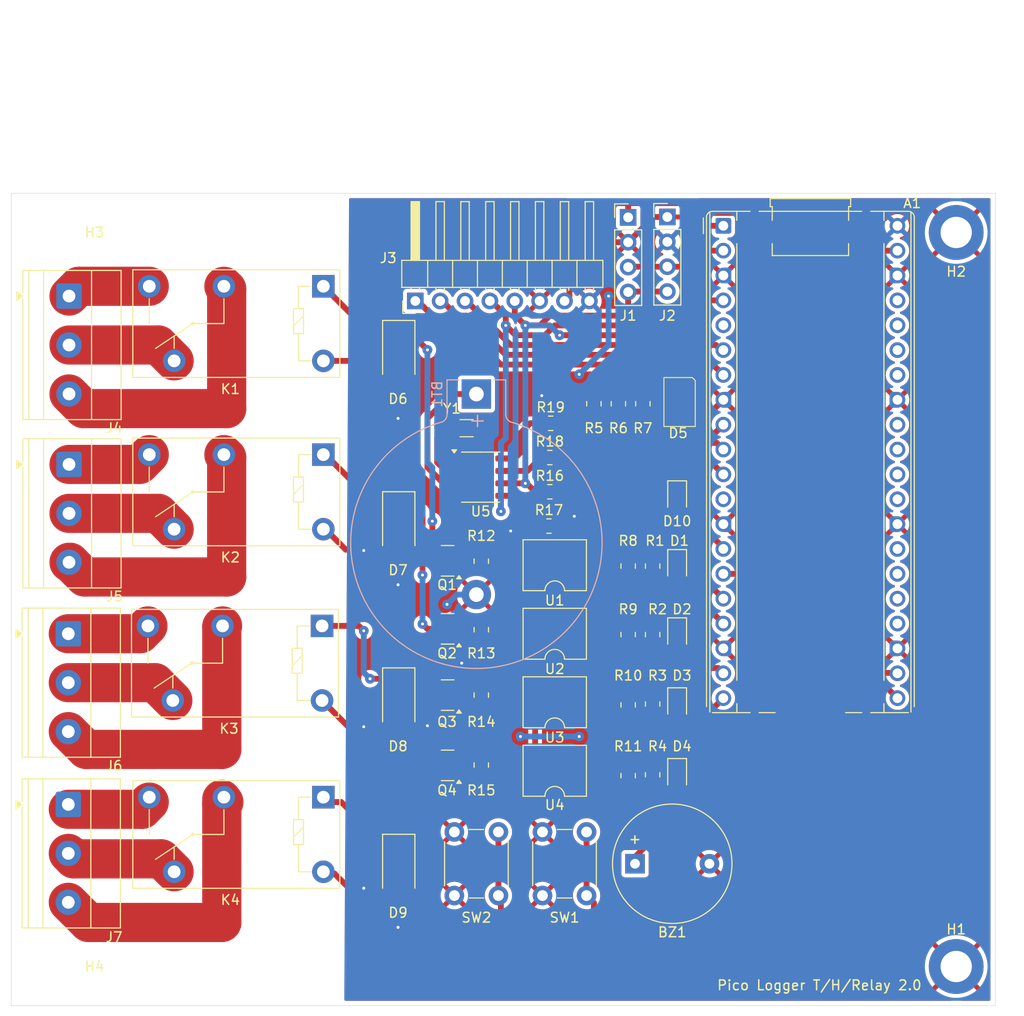
<source format=kicad_pcb>
(kicad_pcb (version 20241229) (generator "pcbnew") (generator_version "9.0")
  (layers (0 "F.Cu" signal) (2 "B.Cu" signal) (13 "F.Paste" user) (15 "B.Paste" user) (5 "F.SilkS" user "F.Silkscreen") (7 "B.SilkS" user "B.Silkscreen") (1 "F.Mask" user) (3 "B.Mask" user) (25 "Edge.Cuts" user))
  (net 0 "")
  (net 1 "SCL")
  (net 5 "SDA")
  (net 6 "GPIO14")
  (net 8 "GPIO17")
  (net 12 "+3.3V")
  (net 14 "GND")
  (net 15 "Net-(D1-A)")
  (net 16 "Net-(D2-A)")
  (net 17 "Net-(D3-A)")
  (net 18 "Net-(D4-A)")
  (net 19 "Net-(D5-DI)")
  (net 20 "Net-(D5-VDD)")
  (net 21 "Net-(D5-DO)")
  (net 22 "GPIO2")
  (net 24 "GPIO12")
  (net 25 "K1_Pin5")
  (net 27 "GPIO11")
  (net 28 "GPIO13")
  (net 29 "TX")
  (net 30 "GPIO15")
  (net 31 "RX")
  (net 32 "+BATT")
  (net 33 "K1_Pin2")
  (net 34 "K2_Pin2")
  (net 35 "K3_Pin2")
  (net 36 "K4_Pin2")
  (net 37 "Net-(D10-A)")
  (net 38 "K4_Pin4")
  (net 39 "K4_Pin3")
  (net 40 "K4_Pin1")
  (net 41 "K3_Pin1")
  (net 42 "K3_Pin4")
  (net 43 "K3_Pin3")
  (net 44 "K2_Pin1")
  (net 45 "K2_Pin3")
  (net 46 "K2_Pin4")
  (net 47 "K1_Pin1")
  (net 48 "K1_Pin4")
  (net 49 "K1_Pin3")
  (net 50 "Net-(Q1-B)")
  (net 51 "Net-(Q2-B)")
  (net 52 "Net-(Q3-B)")
  (net 53 "Net-(Q4-B)")
  (net 54 "Net-(R8-Pad1)")
  (net 55 "Net-(R9-Pad1)")
  (net 56 "Net-(R10-Pad1)")
  (net 57 "Net-(R11-Pad1)")
  (net 58 "Net-(R12-Pad2)")
  (net 59 "Net-(R13-Pad2)")
  (net 60 "Net-(R14-Pad2)")
  (net 61 "Net-(R15-Pad2)")
  (net 62 "Net-(U5-X1)")
  (net 63 "Net-(U5-X2)")
  (net 64 "GPIO16")
  (net 65 "GPIO6")
  (net 69 "GPIO7")
  (net 70 "GPIO8")
  (net 71 "GPIO10")
  (footprint "Crystal:Crystal_SMD_3215-2Pin_3.2x1.5mm" (layer "F.Cu") (at 144.5 70 180)
    (property "Reference" "Y1")
    (property "Value" "Crystal")
  )
  (footprint "Resistor_SMD:R_0805_2012Metric" (layer "F.Cu") (at 152.9125 80 180)
    (property "Reference" "R17")
    (property "Value" "10K")
  )
  (footprint "LED_SMD:LED_Avago_PLCC4_3.2x2.8mm_CW" (layer "F.Cu") (at 166.25 67.325 -90)
    (property "Reference" "D5")
    (property "Value" "APA-106-F5")
  )
  (footprint "Resistor_SMD:R_0805_2012Metric" (layer "F.Cu") (at 162.5 67.5 -90)
    (property "Reference" "R7")
    (property "Value" "220")
  )
  (footprint "Resistor_SMD:R_0805_2012Metric" (layer "F.Cu") (at 163.5 84.0875 90)
    (property "Reference" "R1")
    (property "Value" "220")
  )
  (footprint "LED_SMD:LED_0805_2012Metric" (layer "F.Cu") (at 166 98.2075 -90)
    (property "Reference" "D3")
    (property "Value" "LED")
  )
  (footprint "MountingHole:MountingHole_3.2mm_M3_DIN965_Pad" (layer "F.Cu") (at 194.5 50)
    (property "Reference" "H2")
    (property "Value" "MountingHole_Pad")
  )
  (footprint "Connector_PinHeader_2.54mm:PinHeader_1x04_P2.54mm_Vertical" (layer "F.Cu") (at 161 48.46)
    (property "Reference" "J1")
    (property "Value" "Sensor")
  )
  (footprint "Resistor_SMD:R_0805_2012Metric" (layer "F.Cu") (at 157.5 67.5 -90)
    (property "Reference" "R5")
    (property "Value" "220")
  )
  (footprint "Package_SO:SOIC-8_3.9x4.9mm_P1.27mm" (layer "F.Cu") (at 145.9375 75)
    (property "Reference" "U5")
    (property "Value" "DS1307Z+")
  )
  (footprint "Button_Switch_THT:SW_PUSH_6mm" (layer "F.Cu") (at 143.25 117.75 90)
    (property "Reference" "SW2")
    (property "Value" "SW_Push")
  )
  (footprint "Diode_SMD:D_SMA" (layer "F.Cu") (at 137.5725 115 -90)
    (property "Reference" "D9")
    (property "Value" "SM4007")
  )
  (footprint "Resistor_SMD:R_0805_2012Metric" (layer "F.Cu") (at 146 104.4125 90)
    (property "Reference" "R15")
    (property "Value" "120")
  )
  (footprint "MountingHole:MountingHole_3.2mm_M3" (layer "F.Cu") (at 102 125)
    (property "Reference" "H4")
    (property "Value" "MountingHole")
  )
  (footprint "Relay_THT:Relay_SPDT_Omron-G5Q-1" (layer "F.Cu") (at 129.875 72.7 180)
    (property "Reference" "K2")
    (property "Value" "G5Q-1")
  )
  (footprint "Resistor_SMD:R_0805_2012Metric" (layer "F.Cu") (at 161 105.5 90)
    (property "Reference" "R11")
    (property "Value" "470")
  )
  (footprint "TerminalBlock_Phoenix:TerminalBlock_Phoenix_MKDS-1,5-3_1x03_P5.00mm_Horizontal" (layer "F.Cu") (at 103.8275 91 -90)
    (property "Reference" "J6")
    (property "Value" "K2_Output")
  )
  (footprint "Package_DIP:SMDIP-4_W9.53mm" (layer "F.Cu") (at 153.5 98 180)
    (property "Reference" "U3")
    (property "Value" "LTV-817S")
  )
  (footprint "LED_SMD:LED_0805_2012Metric" (layer "F.Cu") (at 166 91.0625 -90)
    (property "Reference" "D2")
    (property "Value" "LED")
  )
  (footprint "Connector_PinHeader_2.54mm:PinHeader_1x04_P2.54mm_Vertical" (layer "F.Cu") (at 165 48.42)
    (property "Reference" "J2")
    (property "Value" "LCD 16x2")
  )
  (footprint "Resistor_SMD:R_0805_2012Metric" (layer "F.Cu") (at 146 90.5875 90)
    (property "Reference" "R13")
    (property "Value" "120")
  )
  (footprint "MountingHole:MountingHole_3.2mm_M3" (layer "F.Cu") (at 102 50)
    (property "Reference" "H3")
    (property "Value" "MountingHole")
  )
  (footprint "MountingHole:MountingHole_3.2mm_M3_DIN965_Pad" (layer "F.Cu") (at 194.5 125)
    (property "Reference" "H1")
    (property "Value" "MountingHole_Pad")
  )
  (footprint "Module:RaspberryPi_Pico_Common_THT" (layer "F.Cu") (at 170.72 49.32)
    (property "Reference" "A1")
    (property "Value" "RaspberryPi_Pico_W")
  )
  (footprint "Resistor_SMD:R_0805_2012Metric" (layer "F.Cu") (at 153.0875 69.5 180)
    (property "Reference" "R19")
    (property "Value" "220")
  )
  (footprint "Package_DIP:SMDIP-4_W9.53mm" (layer "F.Cu") (at 153.5 91 180)
    (property "Reference" "U2")
    (property "Value" "LTV-817S")
  )
  (footprint "Package_TO_SOT_SMD:SOT-23" (layer "F.Cu") (at 142.5625 83.55 180)
    (property "Reference" "Q1")
    (property "Value" "MMBT3904")
  )
  (footprint "Resistor_SMD:R_0805_2012Metric" (layer "F.Cu") (at 146 83.5875 90)
    (property "Reference" "R12")
    (property "Value" "120")
  )
  (footprint "Package_DIP:SMDIP-4_W9.53mm" (layer "F.Cu") (at 153.5 84 180)
    (property "Reference" "U1")
    (property "Value" "LTV-817S")
  )
  (footprint "Package_TO_SOT_SMD:SOT-23" (layer "F.Cu") (at 142.5625 104.45 180)
    (property "Reference" "Q4")
    (property "Value" "MMBT3904")
  )
  (footprint "Relay_THT:Relay_SPDT_Omron-G5Q-1" (layer "F.Cu") (at 129.875 107.7 180)
    (property "Reference" "K4")
    (property "Value" "G5Q-1")
  )
  (footprint "Package_TO_SOT_SMD:SOT-23" (layer "F.Cu") (at 142.5625 90.5 180)
    (property "Reference" "Q2")
    (property "Value" "MMBT3904")
  )
  (footprint "Resistor_SMD:R_0805_2012Metric" (layer "F.Cu") (at 160 67.5 -90)
    (property "Reference" "R6")
    (property "Value" "220")
  )
  (footprint "LED_SMD:LED_0805_2012Metric" (layer "F.Cu") (at 166 105.4375 -90)
    (property "Reference" "D4")
    (property "Value" "LED")
  )
  (footprint "Resistor_SMD:R_0805_2012Metric" (layer "F.Cu") (at 153 73 180)
    (property "Reference" "R18")
    (property "Value" "10K")
  )
  (footprint "Diode_SMD:D_SMA" (layer "F.Cu") (at 137.5725 62.5 -90)
    (property "Reference" "D6")
    (property "Value" "SM4007")
  )
  (footprint "Button_Switch_THT:SW_PUSH_6mm" (layer "F.Cu") (at 152.25 117.75 90)
    (property "Reference" "SW1")
    (property "Value" "SW_Push")
  )
  (footprint "Resistor_SMD:R_0805_2012Metric" (layer "F.Cu") (at 146 97.27 90)
    (property "Reference" "R14")
    (property "Value" "120")
  )
  (footprint "Resistor_SMD:R_0805_2012Metric" (layer "F.Cu") (at 161 98.27 90)
    (property "Reference" "R10")
    (property "Value" "470")
  )
  (footprint "Resistor_SMD:R_0805_2012Metric" (layer "F.Cu") (at 161 84.0875 90)
    (property "Reference" "R8")
    (property "Value" "470")
  )
  (footprint "LED_SMD:LED_0805_2012Metric" (layer "F.Cu") (at 166 84.0875 -90)
    (property "Reference" "D1")
    (property "Value" "LED")
  )
  (footprint "Diode_SMD:D_SMA" (layer "F.Cu") (at 137.5725 80 -90)
    (property "Reference" "D7")
    (property "Value" "SM4007")
  )
  (footprint "LED_SMD:LED_0805_2012Metric" (layer "F.Cu") (at 166 77.0625 -90)
    (property "Reference" "D10")
    (property "Value" "LED")
  )
  (footprint "Buzzer_Beeper:Buzzer_12x9.5RM7.6" (layer "F.Cu") (at 161.7 114.5)
    (property "Reference" "BZ1")
    (property "Value" "Buzzer")
  )
  (footprint "Relay_THT:Relay_SPDT_Omron-G5Q-1" (layer "F.Cu") (at 129.74 90.2 180)
    (property "Reference" "K3")
    (property "Value" "G5Q-1")
  )
  (footprint "TerminalBlock_Phoenix:TerminalBlock_Phoenix_MKDS-1,5-3_1x03_P5.00mm_Horizontal" (layer "F.Cu") (at 103.9 56.5 -90)
    (property "Reference" "J4")
    (property "Value" "K4_Output")
  )
  (footprint "TerminalBlock_Phoenix:TerminalBlock_Phoenix_MKDS-1,5-3_1x03_P5.00mm_Horizontal" (layer "F.Cu") (at 103.8275 108.44 -90)
    (property "Reference" "J7")
    (property "Value" "K1_Output")
  )
  (footprint "Resistor_SMD:R_0805_2012Metric" (layer "F.Cu") (at 163.5 91.0875 90)
    (property "Reference" "R2")
    (property "Value" "220")
  )
  (footprint "Resistor_SMD:R_0805_2012Metric" (layer "F.Cu") (at 153 76.5 180)
    (property "Reference" "R16")
    (property "Value" "10K")
  )
  (footprint "Resistor_SMD:R_0805_2012Metric" (layer "F.Cu") (at 163.5 98.1825 90)
    (property "Reference" "R3")
    (property "Value" "220")
  )
  (footprint "Resistor_SMD:R_0805_2012Metric" (layer "F.Cu") (at 161 91.0875 90)
    (property "Reference" "R9")
    (property "Value" "470")
  )
  (footprint "Relay_THT:Relay_SPDT_Omron-G5Q-1" (layer "F.Cu") (at 129.875 55.5 180)
    (property "Reference" "K1")
    (property "Value" "G5Q-1")
  )
  (footprint "Diode_SMD:D_SMA" (layer "F.Cu") (at 137.5725 98 -90)
    (property "Reference" "D8")
    (property "Value" "SM4007")
  )
  (footprint "TerminalBlock_Phoenix:TerminalBlock_Phoenix_MKDS-1,5-3_1x03_P5.00mm_Horizontal" (layer "F.Cu") (at 103.9 73.7 -90)
    (property "Reference" "J5")
    (property "Value" "K3_Output")
  )
  (footprint "Resistor_SMD:R_0805_2012Metric" (layer "F.Cu") (at 163.5 105.4125 90)
    (property "Reference" "R4")
    (property "Value" "220")
  )
  (footprint "Package_DIP:SMDIP-4_W9.53mm" (layer "F.Cu") (at 153.5 105 180)
    (property "Reference" "U4")
    (property "Value" "LTV-817S")
  )
  (footprint "Package_TO_SOT_SMD:SOT-23" (layer "F.Cu") (at 142.5625 97.27 180)
    (property "Reference" "Q3")
    (property "Value" "MMBT3904")
  )
  (footprint "Connector_PinHeader_2.54mm:PinHeader_1x08_P2.54mm_Horizontal" (layer "F.Cu") (at 139.26 57 90)
    (property "Reference" "J3")
    (property "Value" "Additional connector")
  )
  (footprint "Battery:BatteryHolder_Keystone_104_1x23mm" (layer "B.Cu") (at 145.5 66.51 -90)
    (property "Reference" "BT1")
    (property "Value" "Battery_Cell")
  )
  (gr_rect (start 98 46) (end 198.5 129) (stroke (width 0.05)) (fill no) (layer "Edge.Cuts"))
  (gr_text "Pico Logger T/H/Relay 2.0" (at 170 127.5 0) (layer "F.SilkS") (effects (font (size 1 1)) (justify left bottom)))
  (segment (start 166.5 59.5) (end 168 58) (width 0.6) (layer "F.Cu") (net 1))
  (segment (start 150.635 75.635) (end 151.5 76.5) (width 0.6) (layer "F.Cu") (net 1))
  (segment (start 151.5 76.5) (end 152.0875 76.5) (width 0.6) (layer "F.Cu") (net 1))
  (segment (start 150.5 75.635) (end 148.4125 75.635) (width 0.6) (layer "F.Cu") (net 1))
  (segment (start 165 56.04) (end 161.04 56.04) (width 0.6) (layer "F.Cu") (net 1))
  (segment (start 161 58.5) (end 161 56.08) (width 0.6) (layer "F.Cu") (net 1))
  (segment (start 169.14 51.86) (end 170.72 51.86) (width 0.6) (layer "F.Cu") (net 1))
  (segment (start 149.42 58.42) (end 149.42 57) (width 0.6) (layer "F.Cu") (net 1))
  (segment (start 163.5 59.5) (end 166.5 59.5) (width 0.6) (layer "F.Cu") (net 1))
  (segment (start 150.635 75.635) (end 150.5 75.635) (width 0.6) (layer "F.Cu") (net 1))
  (segment (start 150.5 59.5) (end 152 59.5) (width 0.6) (layer "F.Cu") (net 1))
  (segment (start 152 59.5) (end 153 58.5) (width 0.6) (layer "F.Cu") (net 1))
  (segment (start 163.5 59.5) (end 162.5 60.5) (width 0.6) (layer "F.Cu") (net 1))
  (segment (start 150.5 59.5) (end 149.42 58.42) (width 0.6) (layer "F.Cu") (net 1))
  (segment (start 162.5 60.5) (end 154 60.5) (width 0.6) (layer "F.Cu") (net 1))
  (segment (start 153 58.5) (end 161 58.5) (width 0.6) (layer "F.Cu") (net 1))
  (segment (start 168 53) (end 169.14 51.86) (width 0.6) (layer "F.Cu") (net 1))
  (segment (start 168 58) (end 168 53) (width 0.6) (layer "F.Cu") (net 1))
  (via (at 154 60.5) (size 1) (drill 0.3) (layers "F.Cu" "B.Cu") (net 1))
  (via (at 150.5 59.5) (size 1) (drill 0.3) (layers "F.Cu" "B.Cu") (net 1))
  (via (at 150.5 75.635) (size 1) (drill 0.3) (layers "F.Cu" "B.Cu") (net 1))
  (segment (start 150.5 59.5) (end 153 59.5) (width 0.6) (layer "B.Cu") (net 1))
  (segment (start 150.5 59.5) (end 150.5 75.635) (width 0.6) (layer "B.Cu") (net 1))
  (segment (start 153 59.5) (end 154 60.5) (width 0.6) (layer "B.Cu") (net 1))
  (segment (start 167 53.5) (end 167 49.32) (width 0.6) (layer "F.Cu") (net 5))
  (segment (start 148.5 58.5) (end 147 57) (width 0.6) (layer "F.Cu") (net 5))
  (segment (start 153.5 59.5) (end 162 59.5) (width 0.6) (layer "F.Cu") (net 5))
  (segment (start 166 58.5) (end 167 57.5) (width 0.6) (layer "F.Cu") (net 5))
  (segment (start 167 53.5) (end 161.04 53.5) (width 0.6) (layer "F.Cu") (net 5))
  (segment (start 147 57) (end 146.88 57) (width 0.6) (layer "F.Cu") (net 5))
  (segment (start 152 79.5) (end 149.405 76.905) (width 0.6) (layer "F.Cu") (net 5))
  (segment (start 152.5 60.5) (end 153.5 59.5) (width 0.6) (layer "F.Cu") (net 5))
  (segment (start 162 59.5) (end 163 58.5) (width 0.6) (layer "F.Cu") (net 5))
  (segment (start 167 49.32) (end 170.72 49.32) (width 0.6) (layer "F.Cu") (net 5))
  (segment (start 149.405 76.905) (end 148.4125 76.905) (width 0.6) (layer "F.Cu") (net 5))
  (segment (start 152 80) (end 152 79.5) (width 0.6) (layer "F.Cu") (net 5))
  (segment (start 149.5 60.5) (end 152.5 60.5) (width 0.6) (layer "F.Cu") (net 5))
  (segment (start 148 78.5) (end 148 77) (width 0.6) (layer "F.Cu") (net 5))
  (segment (start 163 58.5) (end 166 58.5) (width 0.6) (layer "F.Cu") (net 5))
  (segment (start 167 57.5) (end 167 53.5) (width 0.6) (layer "F.Cu") (net 5))
  (segment (start 148.5 59.5) (end 149.5 60.5) (width 0.6) (layer "F.Cu") (net 5))
  (segment (start 148.5 59.5) (end 148.5 58.5) (width 0.6) (layer "F.Cu") (net 5))
  (via (at 148 78.5) (size 1) (drill 0.3) (layers "F.Cu" "B.Cu") (net 5))
  (via (at 148.5 59.5) (size 1) (drill 0.3) (layers "F.Cu" "B.Cu") (net 5))
  (segment (start 148.5 59.5) (end 148.5 71) (width 0.6) (layer "B.Cu") (net 5))
  (segment (start 148.5 71) (end 148 71.5) (width 0.6) (layer "B.Cu") (net 5))
  (segment (start 148 71.5) (end 148 78.5) (width 0.6) (layer "B.Cu") (net 5))
  (segment (start 163.5 97.27) (end 163.5 94.5) (width 0.6) (layer "F.Cu") (net 6))
  (segment (start 170.18 94.5) (end 170.72 95.04) (width 0.6) (layer "F.Cu") (net 6))
  (segment (start 161 97.3575) (end 163.4125 97.3575) (width 0.6) (layer "F.Cu") (net 6))
  (segment (start 163.5 94.5) (end 170.18 94.5) (width 0.6) (layer "F.Cu") (net 6))
  (segment (start 165.5 119.5) (end 165.5 113.5) (width 0.6) (layer "F.Cu") (net 8))
  (segment (start 157.5 118.5) (end 156.75 117.75) (width 0.6) (layer "F.Cu") (net 8))
  (segment (start 184 95) (end 188.46 95) (width 0.6) (layer "F.Cu") (net 8))
  (segment (start 157.5 119.5) (end 157.5 118.5) (width 0.6) (layer "F.Cu") (net 8))
  (segment (start 156.75 117.75) (end 156.75 111.25) (width 0.6) (layer "F.Cu") (net 8))
  (segment (start 165.5 113.5) (end 184 95) (width 0.6) (layer "F.Cu") (net 8))
  (segment (start 165.5 119.5) (end 157.5 119.5) (width 0.6) (layer "F.Cu") (net 8))
  (segment (start 167.5 47) (end 161 47) (width 0.6) (layer "F.Cu") (net 12))
  (segment (start 155.5 47) (end 155 47.5) (width 0.6) (layer "F.Cu") (net 12))
  (segment (start 161 47) (end 155.5 47) (width 0.6) (layer "F.Cu") (net 12))
  (segment (start 186.5 48) (end 168 48) (width 0.6) (layer "F.Cu") (net 12))
  (segment (start 186.86 51.86) (end 186.5 51.5) (width 0.6) (layer "F.Cu") (net 12))
  (segment (start 155 47.5) (end 155 56.5) (width 0.6) (layer "F.Cu") (net 12))
  (segment (start 167.5 47.5) (end 167.5 47) (width 0.6) (layer "F.Cu") (net 12))
  (segment (start 161 47) (end 161 48.46) (width 0.6) (layer "F.Cu") (net 12))
  (segment (start 186.5 51.5) (end 186.5 48) (width 0.6) (layer "F.Cu") (net 12))
  (segment (start 155 56.5) (end 154.5 57) (width 0.6) (layer "F.Cu") (net 12))
  (segment (start 188.5 51.86) (end 186.86 51.86) (width 0.6) (layer "F.Cu") (net 12))
  (segment (start 168 48) (end 167.5 47.5) (width 0.6) (layer "F.Cu") (net 12))
  (segment (start 158.5 56) (end 159 56.5) (width 0.6) (layer "F.Cu") (net 14))
  (segment (start 168.995 68.825) (end 170.72 67.1) (width 0.6) (layer "F.Cu") (net 14))
  (segment (start 167 68.825) (end 168.995 68.825) (width 0.6) (layer "F.Cu") (net 14))
  (segment (start 163.58 48.42) (end 161 51) (width 0.6) (layer "F.Cu") (net 14))
  (segment (start 165 48.42) (end 163.58 48.42) (width 0.6) (layer "F.Cu") (net 14))
  (segment (start 161 51) (end 158.5 51) (width 0.6) (layer "F.Cu") (net 14))
  (segment (start 158.5 51) (end 158.5 56) (width 0.6) (layer "F.Cu") (net 14))
  (via (at 156 101.5) (size 1) (drill 0.3) (layers "F.Cu" "B.Cu") (net 14))
  (via (at 150 101.5) (size 1) (drill 0.3) (layers "F.Cu" "B.Cu") (net 14))
  (via (at 159 56.5) (size 1) (drill 0.3) (layers "F.Cu" "B.Cu") (net 14))
  (via (at 156 64.5) (size 1) (drill 0.3) (layers "F.Cu" "B.Cu") (net 14))
  (via (at 142.5 88) (size 1) (drill 0.3) (layers "F.Cu" "B.Cu") (net 14))
  (segment (start 159 61.5) (end 156 64.5) (width 0.6) (layer "B.Cu") (net 14))
  (segment (start 159 56.5) (end 159 61.5) (width 0.6) (layer "B.Cu") (net 14))
  (segment (start 145.5 87) (end 143.5 87) (width 0.6) (layer "B.Cu") (net 14))
  (segment (start 150 101.5) (end 156 101.5) (width 0.6) (layer "B.Cu") (net 14))
  (segment (start 143.5 87) (end 142.5 88) (width 0.6) (layer "B.Cu") (net 14))
  (segment (start 163.265 85) (end 165.74 85) (width 0.6) (layer "F.Cu") (net 15))
  (segment (start 166 92) (end 163.5 92) (width 0.6) (layer "F.Cu") (net 16))
  (segment (start 166 99.145) (end 163.55 99.145) (width 0.6) (layer "F.Cu") (net 17))
  (segment (start 166.5 106.375) (end 164.05 106.375) (width 0.6) (layer "F.Cu") (net 18))
  (segment (start 164.05 106.375) (end 164 106.325) (width 0.6) (layer "F.Cu") (net 18))
  (segment (start 164.0875 64.4125) (end 165.5 65.825) (width 0.6) (layer "F.Cu") (net 19))
  (segment (start 159.5875 64.4125) (end 164.0875 64.4125) (width 0.6) (layer "F.Cu") (net 19))
  (segment (start 159.5875 64.4125) (end 157.4125 66.5875) (width 0.6) (layer "F.Cu") (net 19))
  (segment (start 165.5 68.825) (end 164.825 68.825) (width 0.6) (layer "F.Cu") (net 20))
  (segment (start 164.825 68.825) (end 162.5 66.5) (width 0.6) (layer "F.Cu") (net 20))
  (segment (start 164.8 67.325) (end 167 67.325) (width 0.6) (layer "F.Cu") (net 21))
  (segment (start 160 65.325) (end 163.825 65.325) (width 0.6) (layer "F.Cu") (net 21))
  (segment (start 164 66.525) (end 164.8 67.325) (width 0.6) (layer "F.Cu") (net 21))
  (segment (start 167 67.325) (end 167 65.825) (width 0.6) (layer "F.Cu") (net 21))
  (segment (start 163.825 65.325) (end 164 65.5) (width 0.6) (layer "F.Cu") (net 21))
  (segment (start 164 65.5) (end 164 66.525) (width 0.6) (layer "F.Cu") (net 21))
  (segment (start 160 66.5) (end 160 65.325) (width 0.6) (layer "F.Cu") (net 21))
  (segment (start 144.84 57.34) (end 144 57.34) (width 0.6) (layer "F.Cu") (net 22))
  (segment (start 169.06 56.94) (end 169 57) (width 0.6) (layer "F.Cu") (net 22))
  (segment (start 167 60.5) (end 164 60.5) (width 0.6) (layer "F.Cu") (net 22))
  (segment (start 149 61.5) (end 144.84 57.34) (width 0.6) (layer "F.Cu") (net 22))
  (segment (start 169 57) (end 169 58.5) (width 0.6) (layer "F.Cu") (net 22))
  (segment (start 169 58.5) (end 167 60.5) (width 0.6) (layer "F.Cu") (net 22))
  (segment (start 163 61.5) (end 149 61.5) (width 0.6) (layer "F.Cu") (net 22))
  (segment (start 170.72 56.94) (end 169.06 56.94) (width 0.6) (layer "F.Cu") (net 22))
  (segment (start 164 60.5) (end 163 61.5) (width 0.6) (layer "F.Cu") (net 22))
  (segment (start 161.5 83.175) (end 163.5 83.175) (width 0.6) (layer "F.Cu") (net 24))
  (segment (start 169 85.7) (end 170.72 87.42) (width 0.6) (layer "F.Cu") (net 24))
  (segment (start 164.5 81) (end 168 81) (width 0.6) (layer "F.Cu") (net 24))
  (segment (start 163.5 82) (end 164.5 81) (width 0.6) (layer "F.Cu") (net 24))
  (segment (start 163.5 83.175) (end 163.5 82) (width 0.6) (layer "F.Cu") (net 24))
  (segment (start 168 81) (end 169 82) (width 0.6) (layer "F.Cu") (net 24))
  (segment (start 169 82) (end 169 85.7) (width 0.6) (layer "F.Cu") (net 24))
  (segment (start 153.9125 76.5) (end 153.9125 78) (width 0.6) (layer "F.Cu") (net 25))
  (segment (start 149.405 73.095) (end 148.4125 73.095) (width 0.6) (layer "F.Cu") (net 25))
  (segment (start 134 117) (end 132.5 117) (width 0.6) (layer "F.Cu") (net 25))
  (segment (start 147.5 93) (end 148.005 93) (width 0.6) (layer "F.Cu") (net 25))
  (segment (start 150 80.5) (end 151 81.5) (width 0.6) (layer "F.Cu") (net 25))
  (segment (start 132.32 100.4) (end 129.74 97.82) (width 0.6) (layer "F.Cu") (net 25))
  (segment (start 137.5725 64.9) (end 135 64.9) (width 0.6) (layer "F.Cu") (net 25))
  (segment (start 153.9125 73) (end 153.9125 76.5) (width 0.6) (layer "F.Cu") (net 25))
  (segment (start 137.5 84.5) (end 137.5725 84.4275) (width 0.6) (layer "F.Cu") (net 25))
  (segment (start 137.5 121) (end 137.5 119.5) (width 0.6) (layer "F.Cu") (net 25))
  (segment (start 129.875 63.12) (end 133.22 63.12) (width 0.6) (layer "F.Cu") (net 25))
  (segment (start 151.5 99) (end 151.5 105.5) (width 0.6) (layer "F.Cu") (net 25))
  (segment (start 151.5 105.5) (end 151.5 106.5) (width 0.6) (layer "F.Cu") (net 25))
  (segment (start 140.5 100.4) (end 147.605 100.4) (width 0.6) (layer "F.Cu") (net 25))
  (segment (start 137.5 64.9725) (end 137.5 69) (width 0.6) (layer "F.Cu") (net 25))
  (segment (start 151 85) (end 149.005 85) (width 0.6) (layer "F.Cu") (net 25))
  (segment (start 132.155 82.4) (end 133.9 82.4) (width 0.6) (layer "F.Cu") (net 25))
  (segment (start 133.9 100.4) (end 132.32 100.4) (width 0.6) (layer "F.Cu") (net 25))
  (segment (start 151.5 99) (end 149.005 99) (width 0.6) (layer "F.Cu") (net 25))
  (segment (start 153.9125 78) (end 154.5 78) (width 0.6) (layer "F.Cu") (net 25))
  (segment (start 146.5 94) (end 147.5 93) (width 0.6) (layer "F.Cu") (net 25))
  (segment (start 137.5725 84.4275) (end 137.5725 82.4) (width 0.6) (layer "F.Cu") (net 25))
  (segment (start 147.605 100.4) (end 148.735 99.27) (width 0.6) (layer "F.Cu") (net 25))
  (segment (start 133.22 63.12) (end 135 64.9) (width 0.6) (layer "F.Cu") (net 25))
  (segment (start 152.175 69.5) (end 151 69.5) (width 0.6) (layer "F.Cu") (net 25))
  (segment (start 152.175 69.5) (end 152.175 66.675) (width 0.6) (layer "F.Cu") (net 25))
  (segment (start 151 69.5) (end 150 70.5) (width 0.6) (layer "F.Cu") (net 25))
  (segment (start 140.5 100.4) (end 137.5725 100.4) (width 0.6) (layer "F.Cu") (net 25))
  (segment (start 154.5 78) (end 155.5 79) (width 0.6) (layer "F.Cu") (net 25))
  (segment (start 137.5 119.5) (end 137.5725 119.4275) (width 0.6) (layer "F.Cu") (net 25))
  (segment (start 149 80.5) (end 150 80.5) (width 0.6) (layer "F.Cu") (net 25))
  (segment (start 134 100.5) (end 133.9 100.4) (width 0.6) (layer "F.Cu") (net 25))
  (segment (start 133.9 82.4) (end 134 82.5) (width 0.6) (layer "F.Cu") (net 25))
  (segment (start 153.9125 78) (end 153.9125 79.9125) (width 0.6) (layer "F.Cu") (net 25))
  (segment (start 132.5 117) (end 131 115.5) (width 0.6) (layer "F.Cu") (net 25))
  (segment (start 150 70.5) (end 150 72.5) (width 0.6) (layer "F.Cu") (net 25))
  (segment (start 137.5 86) (end 137.5 84.5) (width 0.6) (layer "F.Cu") (net 25))
  (segment (start 150 72.5) (end 149.405 73.095) (width 0.6) (layer "F.Cu") (net 25))
  (segment (start 137.5725 119.4275) (end 137.5725 117.4) (width 0.6) (layer "F.Cu") (net 25))
  (segment (start 144 94) (end 146.5 94) (width 0.6) (layer "F.Cu") (net 25))
  (segment (start 151.5 106.5) (end 148.965 106.5) (width 0.6) (layer "F.Cu") (net 25))
  (segment (start 148.005 93) (end 149.005 92) (width 0.6) (layer "F.Cu") (net 25))
  (segment (start 151 81.5) (end 151 85) (width 0.6) (layer "F.Cu") (net 25))
  (segment (start 131 115.5) (end 130.195 115.5) (width 0.6) (layer "F.Cu") (net 25))
  (segment (start 132.155 82.4) (end 130.075 80.32) (width 0.6) (layer "F.Cu") (net 25))
  (via (at 149 80.5) (size 1) (drill 0.3) (layers "F.Cu" "B.Cu") (net 25))
  (via (at 144 94) (size 1) (drill 0.3) (layers "F.Cu" "B.Cu") (net 25))
  (via (at 140.5 100.4) (size 1) (drill 0.3) (layers "F.Cu" "B.Cu") (net 25))
  (via (at 152.175 66.675) (size 1) (drill 0.3) (layers "F.Cu" "B.Cu") (net 25))
  (via (at 137.5 86) (size 1) (drill 0.3) (layers "F.Cu" "B.Cu") (net 25))
  (via (at 155.5 79) (size 1) (drill 0.3) (layers "F.Cu" "B.Cu") (net 25))
  (via (at 137.5 121) (size 1) (drill 0.3) (layers "F.Cu" "B.Cu") (net 25))
  (via (at 134 117) (size 1) (drill 0.3) (layers "F.Cu" "B.Cu") (net 25))
  (via (at 137.5 69) (size 1) (drill 0.3) (layers "F.Cu" "B.Cu") (net 25))
  (via (at 134 100.5) (size 1) (drill 0.3) (layers "F.Cu" "B.Cu") (net 25))
  (via (at 134 82.5) (size 1) (drill 0.3) (layers "F.Cu" "B.Cu") (net 25))
  (segment (start 174 95.5) (end 174 86) (width 0.6) (layer "F.Cu") (net 27))
  (segment (start 174 86) (end 172.88 84.88) (width 0.6) (layer "F.Cu") (net 27))
  (segment (start 172.88 84.88) (end 170.72 84.88) (width 0.6) (layer "F.Cu") (net 27))
  (segment (start 174 95.5) (end 174 98.5) (width 0.6) (layer "F.Cu") (net 27))
  (segment (start 168.5 107) (end 161.7 113.8) (width 0.6) (layer "F.Cu") (net 27))
  (segment (start 168.5 104) (end 168.5 107) (width 0.6) (layer "F.Cu") (net 27))
  (segment (start 174 98.5) (end 168.5 104) (width 0.6) (layer "F.Cu") (net 27))
  (segment (start 163.5 90.175) (end 161 90.175) (width 0.6) (layer "F.Cu") (net 28))
  (segment (start 163.5 90.175) (end 163.5 88) (width 0.6) (layer "F.Cu") (net 28))
  (segment (start 163.5 88) (end 168.76 88) (width 0.6) (layer "F.Cu") (net 28))
  (segment (start 168.76 88) (end 170.72 89.96) (width 0.6) (layer "F.Cu") (net 28))
  (segment (start 169.96 61.5) (end 164.5 61.5) (width 0.6) (layer "F.Cu") (net 29))
  (segment (start 163.5 62.5) (end 148.5 62.5) (width 0.6) (layer "F.Cu") (net 29))
  (segment (start 142 57) (end 141.8 57) (width 0.6) (layer "F.Cu") (net 29))
  (segment (start 164.5 61.5) (end 163.5 62.5) (width 0.6) (layer "F.Cu") (net 29))
  (segment (start 143.5 58.5) (end 142 57) (width 0.6) (layer "F.Cu") (net 29))
  (segment (start 170.48 62.02) (end 169.96 61.5) (width 0.6) (layer "F.Cu") (net 29))
  (segment (start 148.5 62.5) (end 144.5 58.5) (width 0.6) (layer "F.Cu") (net 29))
  (segment (start 144.5 58.5) (end 143.5 58.5) (width 0.6) (layer "F.Cu") (net 29))
  (segment (start 170.72 97.58) (end 164 104.3) (width 0.6) (layer "F.Cu") (net 30))
  (segment (start 164 104.3) (end 164 104.5) (width 0.6) (layer "F.Cu") (net 30))
  (segment (start 164 104.5) (end 161.5875 104.5) (width 0.6) (layer "F.Cu") (net 30))
  (segment (start 161.5875 104.5) (end 161.5 104.5875) (width 0.6) (layer "F.Cu") (net 30))
  (segment (start 142 59.5) (end 139.76 57.26) (width 0.6) (layer "F.Cu") (net 31))
  (segment (start 144 59.5) (end 142 59.5) (width 0.6) (layer "F.Cu") (net 31))
  (segment (start 164 63.5) (end 148 63.5) (width 0.6) (layer "F.Cu") (net 31))
  (segment (start 139.76 57.26) (end 139.26 57.26) (width 0.6) (layer "F.Cu") (net 31))
  (segment (start 165 62.5) (end 164 63.5) (width 0.6) (layer "F.Cu") (net 31))
  (segment (start 148 63.5) (end 144 59.5) (width 0.6) (layer "F.Cu") (net 31))
  (segment (start 170.72 64.56) (end 168.66 62.5) (width 0.6) (layer "F.Cu") (net 31))
  (segment (start 168.66 62.5) (end 165 62.5) (width 0.6) (layer "F.Cu") (net 31))
  (segment (start 142.135 75.635) (end 143.4625 75.635) (width 0.6) (layer "F.Cu") (net 32))
  (segment (start 146.5 66.51) (end 142.99 66.51) (width 0.6) (layer "F.Cu") (net 32))
  (segment (start 142.99 66.51) (end 140.5 69) (width 0.6) (layer "F.Cu") (net 32))
  (segment (start 140.5 74) (end 142.135 75.635) (width 0.6) (layer "F.Cu") (net 32))
  (segment (start 140.5 69) (end 140.5 74) (width 0.6) (layer "F.Cu") (net 32))
  (segment (start 120 55.785) (end 119.715 55.5) (width 4) (layer "F.Cu") (net 33))
  (segment (start 105.4 68) (end 120 68) (width 4) (layer "F.Cu") (net 33))
  (segment (start 103.9 66.5) (end 105.4 68) (width 4) (layer "F.Cu") (net 33))
  (segment (start 120 68) (end 120 55.785) (width 4) (layer "F.Cu") (net 33))
  (segment (start 120 72.985) (end 119.715 72.7) (width 4) (layer "F.Cu") (net 34))
  (segment (start 105.5 85.2) (end 120 85.2) (width 4) (layer "F.Cu") (net 34))
  (segment (start 103.9 83.7) (end 104 83.7) (width 4) (layer "F.Cu") (net 34))
  (segment (start 120 85.2) (end 120 72.985) (width 4) (layer "F.Cu") (net 34))
  (segment (start 104 83.7) (end 105.5 85.2) (width 4) (layer "F.Cu") (net 34))
  (segment (start 119.5 90.28) (end 119.58 90.2) (width 4) (layer "F.Cu") (net 35))
  (segment (start 105.6475 102.82) (end 119.5 102.82) (width 4) (layer "F.Cu") (net 35))
  (segment (start 103.8275 101) (end 105.6475 102.82) (width 4) (layer "F.Cu") (net 35))
  (segment (start 119.5 102.82) (end 119.5 90.28) (width 4) (layer "F.Cu") (net 35))
  (segment (start 119.5 120.5) (end 119.5 107.915) (width 4) (layer "F.Cu") (net 36))
  (segment (start 103.8275 118.44) (end 105.8875 120.5) (width 4) (layer "F.Cu") (net 36))
  (segment (start 105.8875 120.5) (end 119.5 120.5) (width 4) (layer "F.Cu") (net 36))
  (segment (start 119.5 108.415) (end 119.715 108.2) (width 4) (layer "F.Cu") (net 36))
  (segment (start 155 69.5) (end 156.5 71) (width 0.6) (layer "F.Cu") (net 37))
  (segment (start 154 69.5) (end 155 69.5) (width 0.6) (layer "F.Cu") (net 37))
  (segment (start 160.5 79) (end 165 79) (width 0.6) (layer "F.Cu") (net 37))
  (segment (start 165 79) (end 166 78) (width 0.6) (layer "F.Cu") (net 37))
  (segment (start 156.5 71) (end 156.5 75) (width 0.6) (layer "F.Cu") (net 37))
  (segment (start 156.5 75) (end 160.5 79) (width 0.6) (layer "F.Cu") (net 37))
  (segment (start 113.315 114) (end 114.635 115.32) (width 4) (layer "F.Cu") (net 38))
  (segment (start 103.8275 113.44) (end 104.3875 114) (width 4) (layer "F.Cu") (net 38))
  (segment (start 104.3875 114) (end 113.315 114) (width 4) (layer "F.Cu") (net 38))
  (segment (start 111.355 108.94) (end 112.095 108.2) (width 4) (layer "F.Cu") (net 39))
  (segment (start 103.8275 108.94) (end 111.355 108.94) (width 4) (layer "F.Cu") (net 39))
  (segment (start 138 104.45) (end 141.625 104.45) (width 0.6) (layer "F.Cu") (net 40))
  (segment (start 136.1 112.6) (end 137.5725 112.6) (width 0.6) (layer "F.Cu") (net 40))
  (segment (start 129.875 108.2) (end 131.7 108.2) (width 0.6) (layer "F.Cu") (net 40))
  (segment (start 131.7 108.2) (end 136.1 112.6) (width 0.6) (layer "F.Cu") (net 40))
  (segment (start 138 112.1725) (end 138 104.45) (width 0.6) (layer "F.Cu") (net 40))
  (segment (start 140.23 97.27) (end 141.625 97.27) (width 0.6) (layer "F.Cu") (net 41))
  (segment (start 138.56 95.6) (end 140.23 97.27) (width 0.6) (layer "F.Cu") (net 41))
  (segment (start 129.74 90.2) (end 133.5 90.2) (width 0.6) (layer "F.Cu") (net 41))
  (segment (start 137.5725 95.6) (end 134.64 95.6) (width 0.6) (layer "F.Cu") (net 41))
  (segment (start 133.5 90.2) (end 134 90.7) (width 0.6) (layer "F.Cu") (net 41))
  (via (at 134 90.7) (size 1) (drill 0.3) (layers "F.Cu" "B.Cu") (net 41))
  (via (at 134.64 95.6) (size 1) (drill 0.3) (layers "F.Cu" "B.Cu") (net 41))
  (segment (start 134 94.96) (end 134.64 95.6) (width 0.6) (layer "B.Cu") (net 41))
  (segment (start 134 90.7) (end 134 94.96) (width 0.6) (layer "B.Cu") (net 41))
  (segment (start 112.68 96) (end 114.5 97.82) (width 4) (layer "F.Cu") (net 42))
  (segment (start 103.8275 96) (end 112.68 96) (width 4) (layer "F.Cu") (net 42))
  (segment (start 103.8275 91) (end 111.16 91) (width 4) (layer "F.Cu") (net 43))
  (segment (start 111.16 91) (end 111.96 90.2) (width 4) (layer "F.Cu") (net 43))
  (segment (start 137.5725 77.6) (end 134.975 77.6) (width 0.6) (layer "F.Cu") (net 44))
  (segment (start 140 78.5) (end 139 77.5) (width 0.6) (layer "F.Cu") (net 44))
  (segment (start 139 77.5) (end 137.6725 77.5) (width 0.6) (layer "F.Cu") (net 44))
  (segment (start 130.075 72.7) (end 134.975 77.6) (width 0.6) (layer "F.Cu") (net 44))
  (segment (start 140.5 90.5) (end 140 90) (width 0.6) (layer "F.Cu") (net 44))
  (segment (start 141.625 90.5) (end 140.5 90.5) (width 0.6) (layer "F.Cu") (net 44))
  (segment (start 140 78.5) (end 140 85) (width 0.6) (layer "F.Cu") (net 44))
  (via (at 140 90) (size 1) (drill 0.3) (layers "F.Cu" "B.Cu") (net 44))
  (via (at 140 85) (size 1) (drill 0.3) (layers "F.Cu" "B.Cu") (net 44))
  (segment (start 140 85) (end 140 90) (width 0.6) (layer "B.Cu") (net 44))
  (segment (start 111.095 73.7) (end 112.095 72.7) (width 4) (layer "F.Cu") (net 45))
  (segment (start 103.9 73.7) (end 111.095 73.7) (width 4) (layer "F.Cu") (net 45))
  (segment (start 113.015 78.7) (end 114.635 80.32) (width 4) (layer "F.Cu") (net 46))
  (segment (start 103.9 78.7) (end 113.015 78.7) (width 4) (layer "F.Cu") (net 46))
  (segment (start 138.5 60) (end 137.6725 60) (width 0.6) (layer "F.Cu") (net 47))
  (segment (start 141 83.55) (end 141.625 83.55) (width 0.6) (layer "F.Cu") (net 47))
  (segment (start 140.5 62) (end 138.5 60) (width 0.6) (layer "F.Cu") (net 47))
  (segment (start 134.475 60.1) (end 129.875 55.5) (width 0.6) (layer "F.Cu") (net 47))
  (segment (start 137.5725 60.1) (end 134.475 60.1) (width 0.6) (layer "F.Cu") (net 47))
  (segment (start 141 79.5) (end 141 83.55) (width 0.6) (layer "F.Cu") (net 47))
  (via (at 141 79.5) (size 1) (drill 0.3) (layers "F.Cu" "B.Cu") (net 47))
  (via (at 140.5 62) (size 1) (drill 0.3) (layers "F.Cu" "B.Cu") (net 47))
  (segment (start 141 74) (end 140.5 73.5) (width 0.6) (layer "B.Cu") (net 47))
  (segment (start 141 79.5) (end 141 74) (width 0.6) (layer "B.Cu") (net 47))
  (segment (start 140.5 73.5) (end 140.5 62) (width 0.6) (layer "B.Cu") (net 47))
  (segment (start 113.015 61.5) (end 114.635 63.12) (width 4) (layer "F.Cu") (net 48))
  (segment (start 103.9 61.5) (end 113.015 61.5) (width 4) (layer "F.Cu") (net 48))
  (segment (start 112.095 55.5) (end 104.9 55.5) (width 4) (layer "F.Cu") (net 49))
  (segment (start 104.9 55.5) (end 103.9 56.5) (width 4) (layer "F.Cu") (net 49))
  (segment (start 145.765 84.5) (end 143.265 84.5) (width 0.6) (layer "F.Cu") (net 50))
  (segment (start 143.4375 91.45) (end 145.95 91.45) (width 0.6) (layer "F.Cu") (net 51))
  (segment (start 143.4375 98.22) (end 145.9625 98.22) (width 0.6) (layer "F.Cu") (net 52))
  (segment (start 145.925 105.4) (end 143.375 105.4) (width 0.6) (layer "F.Cu") (net 53))
  (segment (start 160.765 85) (end 158.535 85) (width 0.6) (layer "F.Cu") (net 54))
  (segment (start 161 92) (end 158.535 92) (width 0.6) (layer "F.Cu") (net 55))
  (segment (start 161 99.1825) (end 158.3525 99.1825) (width 0.6) (layer "F.Cu") (net 56))
  (segment (start 158.4075 106.4125) (end 161 106.4125) (width 0.6) (layer "F.Cu") (net 57))
  (segment (start 145.765 82.675) (end 148.68 82.675) (width 0.6) (layer "F.Cu") (net 58))
  (segment (start 146 89.675) (end 148.68 89.675) (width 0.6) (layer "F.Cu") (net 59))
  (segment (start 148.735 96.73) (end 146.3725 96.73) (width 0.6) (layer "F.Cu") (net 60))
  (segment (start 146.3725 96.73) (end 146 96.3575) (width 0.6) (layer "F.Cu") (net 60))
  (segment (start 146 103.5) (end 148.505 103.5) (width 0.6) (layer "F.Cu") (net 61))
  (segment (start 143.4625 73.095) (end 145.405 73.095) (width 0.6) (layer "F.Cu") (net 62))
  (segment (start 145.405 73.095) (end 145.75 72.75) (width 0.6) (layer "F.Cu") (net 62))
  (segment (start 145.75 72.75) (end 145.75 70) (width 0.6) (layer "F.Cu") (net 62))
  (segment (start 143.25 70) (end 142.5 70) (width 0.6) (layer "F.Cu") (net 63))
  (segment (start 142.365 74.365) (end 143.4625 74.365) (width 0.6) (layer "F.Cu") (net 63))
  (segment (start 141.5 73.5) (end 142.365 74.365) (width 0.6) (layer "F.Cu") (net 63))
  (segment (start 141.5 71) (end 141.5 73.5) (width 0.6) (layer "F.Cu") (net 63))
  (segment (start 142.5 70) (end 141.5 71) (width 0.6) (layer "F.Cu") (net 63))
  (segment (start 166.5 113.75) (end 166.5 120.5) (width 0.6) (layer "F.Cu") (net 64))
  (segment (start 183.75 96.5) (end 166.5 113.75) (width 0.6) (layer "F.Cu") (net 64))
  (segment (start 188.5 97.58) (end 187.42 96.5) (width 0.6) (layer "F.Cu") (net 64))
  (segment (start 187.42 96.5) (end 183.75 96.5) (width 0.6) (layer "F.Cu") (net 64))
  (segment (start 166.5 120.5) (end 148 120.5) (width 0.6) (layer "F.Cu") (net 64))
  (segment (start 148 118) (end 147.75 117.75) (width 0.6) (layer "F.Cu") (net 64))
  (segment (start 148 120.5) (end 148 118) (width 0.6) (layer "F.Cu") (net 64))
  (segment (start 147.75 111.25) (end 147.75 117.75) (width 0.6) (layer "F.Cu") (net 64))
  (segment (start 164.5 70.5) (end 169.86 70.5) (width 0.6) (layer "F.Cu") (net 65))
  (segment (start 162.5 68.325) (end 162.5 68.5) (width 0.6) (layer "F.Cu") (net 65))
  (segment (start 162.5 68.5) (end 164.5 70.5) (width 0.6) (layer "F.Cu") (net 65))
  (segment (start 169.86 70.5) (end 170.72 69.64) (width 0.6) (layer "F.Cu") (net 65))
  (segment (start 160.145 68.325) (end 163.32 71.5) (width 0.6) (layer "F.Cu") (net 69))
  (segment (start 170.04 71.5) (end 170.72 72.18) (width 0.6) (layer "F.Cu") (net 69))
  (segment (start 163.32 71.5) (end 170.04 71.5) (width 0.6) (layer "F.Cu") (net 69))
  (segment (start 157.5 68.4125) (end 157.5 68.9125) (width 0.6) (layer "F.Cu") (net 70))
  (segment (start 158.0875 69.5) (end 160 69.5) (width 0.6) (layer "F.Cu") (net 70))
  (segment (start 163 72.5) (end 168.5 72.5) (width 0.6) (layer "F.Cu") (net 70))
  (segment (start 160 69.5) (end 163 72.5) (width 0.6) (layer "F.Cu") (net 70))
  (segment (start 157.5 68.9125) (end 158.0875 69.5) (width 0.6) (layer "F.Cu") (net 70))
  (segment (start 168.5 72.5) (end 170.72 74.72) (width 0.6) (layer "F.Cu") (net 70))
  (segment (start 160 80) (end 155.5 75.5) (width 0.6) (layer "F.Cu") (net 71))
  (segment (start 152.0875 71.5) (end 152.0875 73) (width 0.6) (layer "F.Cu") (net 71))
  (segment (start 166 76.125) (end 167.5 76.125) (width 0.6) (layer "F.Cu") (net 71))
  (segment (start 155.5 71.5) (end 152.0875 71.5) (width 0.6) (layer "F.Cu") (net 71))
  (segment (start 170.72 82.22) (end 168.5 80) (width 0.6) (layer "F.Cu") (net 71))
  (segment (start 155.5 75.5) (end 155.5 71.5) (width 0.6) (layer "F.Cu") (net 71))
  (segment (start 150.7225 74.365) (end 152.0875 73) (width 0.6) (layer "F.Cu") (net 71))
  (segment (start 148.4125 74.365) (end 150.7225 74.365) (width 0.6) (layer "F.Cu") (net 71))
  (segment (start 168.5 80) (end 160 80) (width 0.6) (layer "F.Cu") (net 71))
  (segment (start 167.5 76.125) (end 167.5 80) (width 0.6) (layer "F.Cu") (net 71))
  (zone (net 14) (net_name "GND") (layer "F.Cu") (connect_pads (clearance 0.4)) (min_thickness 0.25) (fill yes (thermal_gap 0.5) (thermal_bridge_width 0.5))
    (polygon (pts (xy 198.5 46) (xy 132.526946 46) (xy 132.02994 129) (xy 198.5 129)))
  )
  (zone (net 25) (net_name "K1_Pin5") (layer "B.Cu") (priority 1) (connect_pads (clearance 0.4)) (min_thickness 0.25) (fill yes (thermal_gap 0.5) (thermal_bridge_width 0.5))
    (polygon (pts (xy 198.5 46) (xy 132.5 46) (xy 132.002994 129) (xy 198.5 129)))
  )
)
</source>
